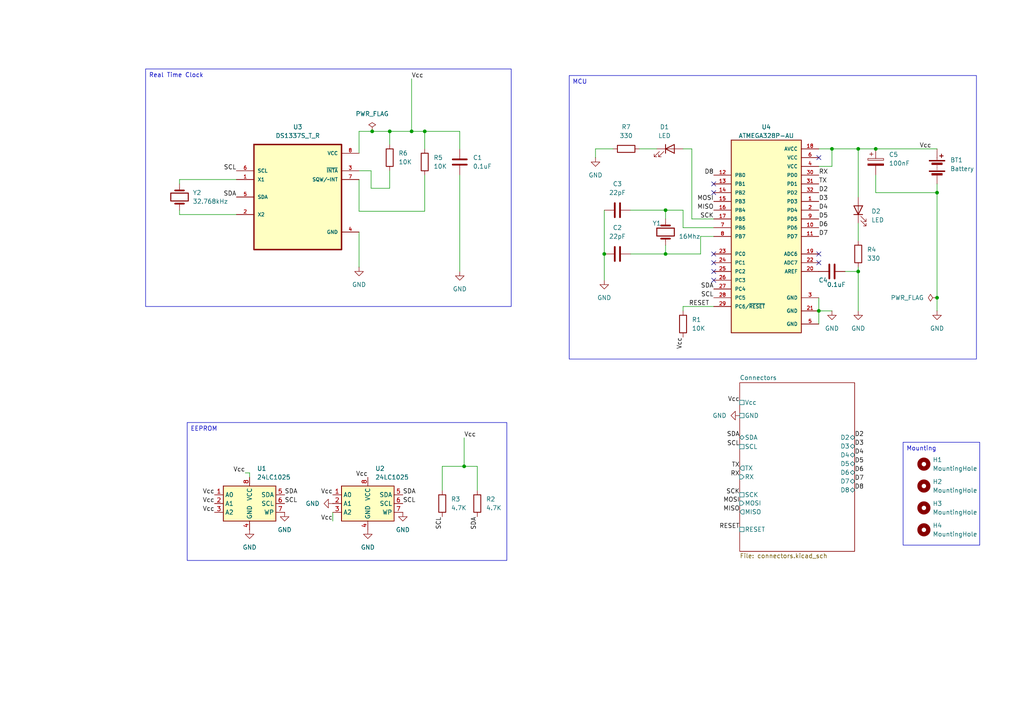
<source format=kicad_sch>
(kicad_sch (version 20250114) (generator "eeschema") (generator_version "9.0")
  (paper "A4")
  (title_block (title "${project_name}") (date "2025-06-14") (rev "1"))
  (lib_symbols
    (symbol "ATMEGA328P-AU:ATMEGA328P-AU" (pin_names (offset 1.016))
      (property "Reference" "U4" (at 0 33.02 0))
      (property "Value" "ATMEGA328P-AU" (at 0 30.48 0))
      (symbol "ATMEGA328P-AU_0_0"
        (rectangle (start -10.16 -27.94) (end 10.16 27.94) (stroke (width 0.254)) (fill (type background)))
        (pin bidirectional line (at -15.24 17.78 0) (length 5.08) (name "PB0") (number "12"))
        (pin bidirectional line (at -15.24 15.24 0) (length 5.08) (name "PB1") (number "13"))
        (pin bidirectional line (at -15.24 12.7 0) (length 5.08) (name "PB2") (number "14"))
        (pin bidirectional line (at -15.24 10.16 0) (length 5.08) (name "PB3") (number "15"))
        (pin bidirectional line (at -15.24 7.62 0) (length 5.08) (name "PB4") (number "16"))
        (pin bidirectional line (at -15.24 5.08 0) (length 5.08) (name "PB5") (number "17"))
        (pin bidirectional line (at -15.24 2.54 0) (length 5.08) (name "PB6") (number "7"))
        (pin bidirectional line (at -15.24 0 0) (length 5.08) (name "PB7") (number "8"))
        (pin bidirectional line (at -15.24 -5.08 0) (length 5.08) (name "PC0") (number "23"))
        (pin bidirectional line (at -15.24 -7.62 0) (length 5.08) (name "PC1") (number "24"))
        (pin bidirectional line (at -15.24 -10.16 0) (length 5.08) (name "PC2") (number "25"))
        (pin bidirectional line (at -15.24 -12.7 0) (length 5.08) (name "PC3") (number "26"))
        (pin bidirectional line (at -15.24 -15.24 0) (length 5.08) (name "PC4") (number "27"))
        (pin bidirectional line (at -15.24 -17.78 0) (length 5.08) (name "PC5") (number "28"))
        (pin bidirectional line (at -15.24 -20.32 0) (length 5.08) (name "PC6/~{RESET}") (number "29"))
        (pin power_in line (at 15.24 25.4 180) (length 5.08) (name "AVCC") (number "18"))
        (pin power_in line (at 15.24 22.86 180) (length 5.08) (name "VCC") (number "6"))
        (pin power_in line (at 15.24 20.32 180) (length 5.08) (name "VCC") (number "4"))
        (pin bidirectional line (at 15.24 17.78 180) (length 5.08) (name "PD0") (number "30"))
        (pin bidirectional line (at 15.24 15.24 180) (length 5.08) (name "PD1") (number "31"))
        (pin bidirectional line (at 15.24 12.7 180) (length 5.08) (name "PD2") (number "32"))
        (pin bidirectional line (at 15.24 10.16 180) (length 5.08) (name "PD3") (number "1"))
        (pin bidirectional line (at 15.24 7.62 180) (length 5.08) (name "PD4") (number "2"))
        (pin bidirectional line (at 15.24 5.08 180) (length 5.08) (name "PD5") (number "9"))
        (pin bidirectional line (at 15.24 2.54 180) (length 5.08) (name "PD6") (number "10"))
        (pin bidirectional line (at 15.24 0 180) (length 5.08) (name "PD7") (number "11"))
        (pin bidirectional line (at 15.24 -5.08 180) (length 5.08) (name "ADC6") (number "19"))
        (pin bidirectional line (at 15.24 -7.62 180) (length 5.08) (name "ADC7") (number "22"))
        (pin input line (at 15.24 -10.16 180) (length 5.08) (name "AREF") (number "20"))
        (pin power_in line (at 15.24 -17.78 180) (length 5.08) (name "GND") (number "3"))
        (pin power_in line (at 15.24 -21.59 180) (length 5.08) (name "GND") (number "21"))
        (pin power_in line (at 15.24 -25.4 180) (length 5.08) (name "GND") (number "5"))
      )
    )
    (symbol "DS1337S_T_R:DS1337S_T_R" (pin_names (offset 1.016))
      (property "Reference" "U" (at -12.7 16.24 0))
      (property "Value" "DS1337S_T_R" (at -12.7 -19.24 0))
      (symbol "DS1337S_T_R_0_0"
        (rectangle (start -12.7 -15.24) (end 12.7 15.24) (stroke (width 0.41)) (fill (type background)))
        (pin input line (at -17.78 7.62 0) (length 5.08) (name "SCL") (number "6"))
        (pin input line (at -17.78 5.08 0) (length 5.08) (name "X1") (number "1"))
        (pin bidirectional line (at -17.78 0 0) (length 5.08) (name "SDA") (number "5"))
        (pin bidirectional line (at -17.78 -5.08 0) (length 5.08) (name "X2") (number "2"))
        (pin power_in line (at 17.78 12.7 180) (length 5.08) (name "VCC") (number "8"))
        (pin output line (at 17.78 7.62 180) (length 5.08) (name "~{INTA}") (number "3"))
        (pin output line (at 17.78 5.08 180) (length 5.08) (name "SQW/~INT") (number "7"))
        (pin power_in line (at 17.78 -10.16 180) (length 5.08) (name "GND") (number "4"))
      )
    )
    (symbol "Device:Battery" (pin_numbers (hide yes)) (pin_names (offset 0) (hide yes))
      (property "Reference" "BT" (at 2.54 2.54 0))
      (property "Value" "Battery" (at 2.54 0 0))
      (symbol "Battery_0_1"
        (rectangle (start -2.286 1.778) (end 2.286 1.524) (fill (type outline)))
        (rectangle (start -2.286 -1.27) (end 2.286 -1.524) (fill (type outline)))
        (rectangle (start -1.524 1.016) (end 1.524 0.508) (fill (type outline)))
        (rectangle (start -1.524 -2.032) (end 1.524 -2.54) (fill (type outline)))
        (polyline (pts (xy 0 1.778) (xy 0 2.54)))
        (polyline (pts (xy 0 0) (xy 0 0.254)))
        (polyline (pts (xy 0 -0.508) (xy 0 -0.254)))
        (polyline (pts (xy 0 -1.016) (xy 0 -0.762)))
        (polyline (pts (xy 0.762 3.048) (xy 1.778 3.048)) (stroke (width 0.254)))
        (polyline (pts (xy 1.27 3.556) (xy 1.27 2.54)) (stroke (width 0.254)))
      )
      (symbol "Battery_1_1"
        (pin passive line (at 0 5.08 270) (length 2.54) (name "+") (number "1"))
        (pin passive line (at 0 -5.08 90) (length 2.54) (name "-") (number "2"))
      )
    )
    (symbol "Device:C" (pin_numbers (hide yes)) (pin_names (offset 0.254))
      (property "Reference" "C" (at 0.635 2.54 0))
      (property "Value" "C" (at 0.635 -2.54 0))
      (symbol "C_0_1"
        (polyline (pts (xy -2.032 0.762) (xy 2.032 0.762)) (stroke (width 0.508)))
        (polyline (pts (xy -2.032 -0.762) (xy 2.032 -0.762)) (stroke (width 0.508)))
      )
      (symbol "C_1_1"
        (pin passive line (at 0 3.81 270) (length 2.794) (name "~") (number "1"))
        (pin passive line (at 0 -3.81 90) (length 2.794) (name "~") (number "2"))
      )
    )
    (symbol "Device:C_Polarized" (pin_numbers (hide yes)) (pin_names (offset 0.254))
      (property "Reference" "C" (at 0.635 2.54 0))
      (property "Value" "C_Polarized" (at 0.635 -2.54 0))
      (symbol "C_Polarized_0_1"
        (rectangle (start -2.286 0.508) (end 2.286 1.016))
        (polyline (pts (xy -1.778 2.286) (xy -0.762 2.286)))
        (polyline (pts (xy -1.27 2.794) (xy -1.27 1.778)))
        (rectangle (start 2.286 -0.508) (end -2.286 -1.016) (fill (type outline)))
      )
      (symbol "C_Polarized_1_1"
        (pin passive line (at 0 3.81 270) (length 2.794) (name "~") (number "1"))
        (pin passive line (at 0 -3.81 90) (length 2.794) (name "~") (number "2"))
      )
    )
    (symbol "Device:Crystal" (pin_numbers (hide yes)) (pin_names (offset 1.016) (hide yes))
      (property "Reference" "Y" (at 0 3.81 0))
      (property "Value" "Crystal" (at 0 -3.81 0))
      (symbol "Crystal_0_1"
        (polyline (pts (xy -2.54 0) (xy -1.905 0)))
        (polyline (pts (xy -1.905 -1.27) (xy -1.905 1.27)) (stroke (width 0.508)))
        (rectangle (start -1.143 2.54) (end 1.143 -2.54) (stroke (width 0.3048)))
        (polyline (pts (xy 1.905 -1.27) (xy 1.905 1.27)) (stroke (width 0.508)))
        (polyline (pts (xy 2.54 0) (xy 1.905 0)))
      )
      (symbol "Crystal_1_1"
        (pin passive line (at -3.81 0 0) (length 1.27) (name "1") (number "1"))
        (pin passive line (at 3.81 0 180) (length 1.27) (name "2") (number "2"))
      )
    )
    (symbol "Device:LED" (pin_numbers (hide yes)) (pin_names (offset 1.016) (hide yes))
      (property "Reference" "D" (at 0 2.54 0))
      (property "Value" "LED" (at 0 -2.54 0))
      (symbol "LED_0_1"
        (polyline (pts (xy -3.048 -0.762) (xy -4.572 -2.286) (xy -3.81 -2.286) (xy -4.572 -2.286) (xy -4.572 -1.524)))
        (polyline (pts (xy -1.778 -0.762) (xy -3.302 -2.286) (xy -2.54 -2.286) (xy -3.302 -2.286) (xy -3.302 -1.524)))
        (polyline (pts (xy -1.27 0) (xy 1.27 0)))
        (polyline (pts (xy -1.27 -1.27) (xy -1.27 1.27)) (stroke (width 0.254)))
        (polyline (pts (xy 1.27 -1.27) (xy 1.27 1.27) (xy -1.27 0) (xy 1.27 -1.27)) (stroke (width 0.254)))
      )
      (symbol "LED_1_1"
        (pin passive line (at -3.81 0 0) (length 2.54) (name "K") (number "1"))
        (pin passive line (at 3.81 0 180) (length 2.54) (name "A") (number "2"))
      )
    )
    (symbol "Device:R" (pin_numbers (hide yes)) (pin_names (offset 0))
      (property "Reference" "R" (at 2.032 0 90))
      (property "Value" "R" (at 0 0 90))
      (symbol "R_0_1"
        (rectangle (start -1.016 -2.54) (end 1.016 2.54) (stroke (width 0.254)))
      )
      (symbol "R_1_1"
        (pin passive line (at 0 3.81 270) (length 1.27) (name "~") (number "1"))
        (pin passive line (at 0 -3.81 90) (length 1.27) (name "~") (number "2"))
      )
    )
    (symbol "Mechanical:MountingHole" (pin_names (offset 1.016)) (in_bom no)
      (property "Reference" "H" (at 0 5.08 0))
      (property "Value" "MountingHole" (at 0 3.175 0))
      (symbol "MountingHole_0_1"
        (circle (center 0 0) (radius 1.27) (stroke (width 1.27)))
      )
    )
    (symbol "Memory_EEPROM:24LC1025"
      (property "Reference" "U" (at -6.35 6.35 0))
      (property "Value" "24LC1025" (at 1.27 6.35 0))
      (symbol "24LC1025_1_1"
        (rectangle (start -7.62 5.08) (end 7.62 -5.08) (stroke (width 0.254)) (fill (type background)))
        (pin input line (at -10.16 2.54 0) (length 2.54) (name "A0") (number "1"))
        (pin input line (at -10.16 0 0) (length 2.54) (name "A1") (number "2"))
        (pin input line (at -10.16 -2.54 0) (length 2.54) (name "A2") (number "3"))
        (pin power_in line (at 0 7.62 270) (length 2.54) (name "VCC") (number "8"))
        (pin power_in line (at 0 -7.62 90) (length 2.54) (name "GND") (number "4"))
        (pin bidirectional line (at 10.16 2.54 180) (length 2.54) (name "SDA") (number "5"))
        (pin input line (at 10.16 0 180) (length 2.54) (name "SCL") (number "6"))
        (pin input line (at 10.16 -2.54 180) (length 2.54) (name "WP") (number "7"))
      )
    )
    (symbol "power:GND" (power) (pin_numbers (hide yes)) (pin_names (offset 0) (hide yes))
      (property "Value" "GND" (at 0 -3.81 0))
      (symbol "GND_0_1"
        (polyline (pts (xy 0 0) (xy 0 -1.27) (xy 1.27 -1.27) (xy 0 -2.54) (xy -1.27 -1.27) (xy 0 -1.27)))
      )
      (symbol "GND_1_1"
        (pin power_in line (at 0 0 270) (length 0) (name "~") (number "1"))
      )
    )
    (symbol "power:PWR_FLAG" (power) (pin_numbers (hide yes)) (pin_names (offset 0) (hide yes))
      (property "Value" "PWR_FLAG" (at 0 3.81 0))
      (symbol "PWR_FLAG_0_0"
        (pin power_out line (at 0 0 90) (length 0) (name "~") (number "1"))
      )
      (symbol "PWR_FLAG_0_1"
        (polyline (pts (xy 0 0) (xy 0 1.27) (xy -1.016 1.905) (xy 0 2.54) (xy 1.016 1.905) (xy 0 1.27)))
      )
    )
  )
  (text_box "MCU\n" (at 165.1 21.9075 0) (size 118.11 82.2325) (margins 0.9525 0.9525 0.9525 0.9525) (effects (font (size 1.27 1.27)) (justify left top)))
  (text_box "Mounting\n" (at 261.9375 128.27 0) (size 22.225 29.845) (margins 0.9525 0.9525 0.9525 0.9525) (effects (font (size 1.27 1.27)) (justify left top)))
  (text_box "EEPROM" (at 54.2925 122.555 0) (size 92.71 40.005) (margins 0.9525 0.9525 0.9525 0.9525) (effects (font (size 1.27 1.27)) (justify left top)))
  (text_box "Real Time Clock" (at 42.2275 20.0025 0) (size 106.045 68.8975) (margins 0.9525 0.9525 0.9525 0.9525) (effects (font (size 1.27 1.27)) (justify left top)))
  (junction (at 123.19 38.1))
  (junction (at 119.38 38.1))
  (junction (at 134.62 135.255))
  (junction (at 254 43.18))
  (junction (at 107.95 38.1))
  (junction (at 175.26 73.66))
  (junction (at 193.04 60.96))
  (junction (at 271.78 55.88))
  (junction (at 193.04 73.66))
  (junction (at 241.3 43.18))
  (junction (at 113.03 38.1))
  (junction (at 248.92 78.74))
  (junction (at 237.49 90.17))
  (junction (at 248.92 43.18))
  (junction (at 271.78 86.36))
  (no_connect (at 207.01 81.28))
  (no_connect (at 207.01 76.2))
  (no_connect (at 237.49 45.72))
  (no_connect (at 207.01 73.66))
  (no_connect (at 237.49 76.2))
  (no_connect (at 207.01 53.34))
  (no_connect (at 207.01 55.88))
  (no_connect (at 207.01 78.74))
  (no_connect (at 237.49 73.66))
  (wire (pts (xy 193.04 73.66) (xy 193.04 71.12)))
  (wire (pts (xy 198.12 66.04) (xy 198.12 60.96)))
  (wire (pts (xy 207.01 68.58) (xy 203.2 68.58)))
  (wire (pts (xy 271.78 55.88) (xy 271.78 86.36)))
  (wire (pts (xy 104.14 38.1) (xy 107.95 38.1)))
  (wire (pts (xy 113.03 54.61) (xy 113.03 49.53)))
  (wire (pts (xy 52.07 52.07) (xy 68.58 52.07)))
  (wire (pts (xy 248.92 78.74) (xy 248.92 90.17)))
  (wire (pts (xy 123.19 38.1) (xy 133.35 38.1)))
  (wire (pts (xy 207.01 63.5) (xy 200.66 63.5)))
  (wire (pts (xy 254 43.18) (xy 271.78 43.18)))
  (wire (pts (xy 71.12 137.16) (xy 72.39 137.16)))
  (wire (pts (xy 107.6325 54.61) (xy 113.03 54.61)))
  (wire (pts (xy 200.66 63.5) (xy 200.66 43.18)))
  (wire (pts (xy 123.19 61.2775) (xy 123.19 50.8)))
  (wire (pts (xy 72.39 137.16) (xy 72.39 138.43)))
  (wire (pts (xy 271.78 86.36) (xy 271.78 90.17)))
  (wire (pts (xy 104.14 52.07) (xy 104.14 61.2775)))
  (wire (pts (xy 175.26 60.96) (xy 175.26 73.66)))
  (wire (pts (xy 254 50.8) (xy 254 55.88)))
  (wire (pts (xy 104.14 44.45) (xy 104.14 38.1)))
  (wire (pts (xy 237.49 86.36) (xy 237.49 90.17)))
  (wire (pts (xy 193.04 60.96) (xy 193.04 63.5)))
  (wire (pts (xy 254 55.88) (xy 271.78 55.88)))
  (wire (pts (xy 198.12 60.96) (xy 193.04 60.96)))
  (wire (pts (xy 113.03 38.1) (xy 113.03 41.91)))
  (wire (pts (xy 107.95 38.1) (xy 113.03 38.1)))
  (wire (pts (xy 52.07 60.96) (xy 52.07 62.23)))
  (wire (pts (xy 128.27 135.255) (xy 134.62 135.255)))
  (wire (pts (xy 104.14 67.31) (xy 104.14 77.47)))
  (wire (pts (xy 52.07 53.34) (xy 52.07 52.07)))
  (wire (pts (xy 134.62 127) (xy 134.62 135.255)))
  (wire (pts (xy 52.07 62.23) (xy 68.58 62.23)))
  (wire (pts (xy 185.42 43.18) (xy 190.5 43.18)))
  (wire (pts (xy 104.14 49.53) (xy 107.6325 49.53)))
  (wire (pts (xy 241.3 48.26) (xy 241.3 43.18)))
  (wire (pts (xy 207.01 88.9) (xy 198.12 88.9)))
  (wire (pts (xy 113.03 38.1) (xy 119.38 38.1)))
  (wire (pts (xy 119.38 22.86) (xy 119.38 38.1)))
  (wire (pts (xy 271.78 53.34) (xy 271.78 55.88)))
  (wire (pts (xy 198.12 88.9) (xy 198.12 90.17)))
  (wire (pts (xy 248.92 77.47) (xy 248.92 78.74)))
  (wire (pts (xy 177.8 43.18) (xy 172.72 43.18)))
  (wire (pts (xy 107.6325 49.53) (xy 107.6325 54.61)))
  (wire (pts (xy 133.35 38.1) (xy 133.35 43.18)))
  (wire (pts (xy 248.92 43.18) (xy 248.92 57.15)))
  (wire (pts (xy 96.52 151.13) (xy 96.52 148.59)))
  (wire (pts (xy 182.88 73.66) (xy 193.04 73.66)))
  (wire (pts (xy 245.11 78.74) (xy 248.92 78.74)))
  (wire (pts (xy 133.35 50.8) (xy 133.35 78.74)))
  (wire (pts (xy 172.72 43.18) (xy 172.72 45.72)))
  (wire (pts (xy 119.38 38.1) (xy 123.19 38.1)))
  (wire (pts (xy 207.01 66.04) (xy 198.12 66.04)))
  (wire (pts (xy 175.26 73.66) (xy 175.26 81.28)))
  (wire (pts (xy 134.62 135.255) (xy 138.43 135.255)))
  (wire (pts (xy 237.49 48.26) (xy 241.3 48.26)))
  (wire (pts (xy 241.3 90.17) (xy 237.49 90.17)))
  (wire (pts (xy 128.27 142.24) (xy 128.27 135.255)))
  (wire (pts (xy 248.92 64.77) (xy 248.92 69.85)))
  (wire (pts (xy 241.3 43.18) (xy 248.92 43.18)))
  (wire (pts (xy 182.88 60.96) (xy 193.04 60.96)))
  (wire (pts (xy 203.2 68.58) (xy 203.2 73.66)))
  (wire (pts (xy 237.49 90.17) (xy 237.49 93.98)))
  (wire (pts (xy 200.66 43.18) (xy 198.12 43.18)))
  (wire (pts (xy 237.49 43.18) (xy 241.3 43.18)))
  (wire (pts (xy 138.43 135.255) (xy 138.43 142.24)))
  (wire (pts (xy 203.2 73.66) (xy 193.04 73.66)))
  (wire (pts (xy 104.14 61.2775) (xy 123.19 61.2775)))
  (wire (pts (xy 248.92 43.18) (xy 254 43.18)))
  (wire (pts (xy 123.19 38.1) (xy 123.19 43.18)))
  (label "Vcc" (at 198.12 97.79 270))
  (label "SDA" (at 82.55 143.51 0))
  (label "D6" (at 237.49 66.04 0))
  (label "D3" (at 237.49 58.42 0))
  (label "Vcc" (at 71.12 137.16 180))
  (label "SDA" (at 68.58 57.15 180))
  (label "D3" (at 247.8922 129.427 0))
  (label "D4" (at 237.49 60.96 0))
  (label "SDA" (at 116.84 143.51 0))
  (label "Vcc" (at 62.23 143.51 180))
  (label "SCK" (at 207.01 63.5 180))
  (label "Vcc" (at 62.23 148.59 180))
  (label "D5" (at 247.8922 134.507 0))
  (label "SCK" (at 214.5547 143.51 180))
  (label "D8" (at 247.8922 142.127 0))
  (label "RESET" (at 205.74 88.9 180))
  (label "D7" (at 247.8922 139.587 0))
  (label "D2" (at 237.49 55.88 0))
  (label "Vcc" (at 62.23 146.05 180))
  (label "D6" (at 247.8922 137.047 0))
  (label "SCL" (at 68.58 49.53 180))
  (label "Vcc" (at 96.52 151.13 180))
  (label "TX" (at 237.49 53.34 0))
  (label "Vcc" (at 96.52 143.51 180))
  (label "Vcc" (at 106.68 138.43 180))
  (label "Vcc" (at 119.38 22.86 0))
  (label "D4" (at 247.8922 131.967 0))
  (label "Vcc" (at 134.62 127 0))
  (label "MOSI" (at 207.01 58.42 180))
  (label "TX" (at 214.5547 135.777 180))
  (label "MOSI" (at 214.5547 145.937 180))
  (label "RX" (at 237.49 50.8 0))
  (label "Vcc" (at 214.5547 116.727 180))
  (label "RX" (at 214.5547 138.317 180))
  (label "SCL" (at 207.01 86.36 180))
  (label "MISO" (at 214.5547 148.477 180))
  (label "D5" (at 237.49 63.5 0))
  (label "MISO" (at 207.01 60.96 180))
  (label "Vcc" (at 266.7 43.18 0))
  (label "SDA" (at 138.43 149.86 270))
  (label "SCL" (at 82.55 146.05 0))
  (label "D8" (at 207.01 50.8 180))
  (label "SCL" (at 116.84 146.05 0))
  (label "RESET" (at 214.5547 153.557 180))
  (label "D7" (at 237.49 68.58 0))
  (label "SDA" (at 214.5547 126.887 180))
  (label "SCL" (at 214.5547 129.54 180))
  (label "SCL" (at 128.27 149.86 270))
  (label "SDA" (at 207.01 83.82 180))
  (label "D2" (at 247.8922 126.887 0))
  (symbol (lib_id "power:GND") (at 72.39 153.67 0) (unit 1)
    (property "Reference" "#PWR03" (effects (hide yes)))
    (property "Value" "GND" (at 72.39 158.75 0))
    (property "Description" "Power symbol creates a global label with name \"GND\" , ground" (effects (hide yes)))
  )
  (symbol (lib_id "power:GND") (at 271.78 90.17 0) (unit 1)
    (property "Reference" "#PWR010" (effects (hide yes)))
    (property "Value" "GND" (at 271.78 95.25 0))
    (property "Description" "Power symbol creates a global label with name \"GND\" , ground" (effects (hide yes)))
  )
  (symbol (lib_id "Memory_EEPROM:24LC1025") (at 72.39 146.05 0) (unit 1)
    (property "Reference" "U1" (at 74.5333 135.89 0) (effects (justify left)))
    (property "Value" "24LC1025" (at 74.5333 138.43 0) (effects (justify left)))
    (property "Footprint" "Package_SO:SOIC-8_5.3x5.3mm_P1.27mm" (effects (hide yes)))
    (property "Datasheet" "http://ww1.microchip.com/downloads/en/DeviceDoc/21941B.pdf" (effects (hide yes)))
    (property "Description" "I2C Serial EEPROM, 1024Kb, DIP-8/SOIC-8/TSSOP-8/DFN-8" (effects (hide yes)))
  )
  (symbol (lib_id "Device:R") (at 138.43 146.05 0) (unit 1)
    (property "Reference" "R2" (at 140.97 144.7799 0) (effects (justify left)))
    (property "Value" "4.7K" (at 140.97 147.3199 0) (effects (justify left)))
    (property "Footprint" "Resistor_SMD:R_0805_2012Metric" (effects (hide yes)))
    (property "Description" "Resistor" (effects (hide yes)))
  )
  (symbol (lib_id "Device:R") (at 198.12 93.98 0) (unit 1)
    (property "Reference" "R1" (at 200.66 92.7099 0) (effects (justify left)))
    (property "Value" "10K" (at 200.66 95.2499 0) (effects (justify left)))
    (property "Footprint" "Resistor_SMD:R_0805_2012Metric" (effects (hide yes)))
    (property "Description" "Resistor" (effects (hide yes)))
  )
  (symbol (lib_id "Mechanical:MountingHole") (at 267.97 147.32 0) (unit 1) (in_bom no)
    (property "Reference" "H3" (at 270.51 146.0499 0) (effects (justify left)))
    (property "Value" "MountingHole" (at 270.51 148.5899 0) (effects (justify left)))
    (property "Footprint" "MountingHole:MountingHole_2.1mm" (effects (hide yes)))
    (property "Description" "Mounting Hole without connection" (effects (hide yes)))
  )
  (symbol (lib_id "power:GND") (at 133.35 78.74 0) (unit 1)
    (property "Reference" "#PWR02" (effects (hide yes)))
    (property "Value" "GND" (at 133.35 83.82 0))
    (property "Description" "Power symbol creates a global label with name \"GND\" , ground" (effects (hide yes)))
  )
  (symbol (lib_id "Device:Battery") (at 271.78 48.26 0) (unit 1)
    (property "Reference" "BT1" (at 275.59 46.4184 0) (effects (justify left)))
    (property "Value" "Battery" (at 275.59 48.9584 0) (effects (justify left)))
    (property "Footprint" "Connector_PinHeader_2.54mm:PinHeader_1x02_P2.54mm_Vertical" (effects (hide yes)))
    (property "Description" "Multiple-cell battery" (effects (hide yes)))
  )
  (symbol (lib_id "Mechanical:MountingHole") (at 267.97 153.67 0) (unit 1) (in_bom no)
    (property "Reference" "H4" (at 270.51 152.3999 0) (effects (justify left)))
    (property "Value" "MountingHole" (at 270.51 154.9399 0) (effects (justify left)))
    (property "Footprint" "MountingHole:MountingHole_2.1mm" (effects (hide yes)))
    (property "Description" "Mounting Hole without connection" (effects (hide yes)))
  )
  (symbol (lib_id "Device:C") (at 179.07 73.66 90) (unit 1)
    (property "Reference" "C2" (at 179.07 66.04 90))
    (property "Value" "22pF" (at 179.07 68.58 90))
    (property "Footprint" "Capacitor_SMD:C_0805_2012Metric" (effects (hide yes)))
    (property "Description" "Unpolarized capacitor" (effects (hide yes)))
  )
  (symbol (lib_id "ATMEGA328P-AU:ATMEGA328P-AU") (at 222.25 68.58 0) (unit 1)
    (property "Reference" "U4" (at 222.25 36.83 0))
    (property "Value" "ATMEGA328P-AU" (at 222.25 39.37 0))
    (property "Footprint" "ATMEGA328P-AU:QFP80P900X900X120-32N" (effects (hide yes)))
    (property "MF" "Microchip" (effects (hide yes)))
    (property "MAXIMUM_PACKAGE_HEIGHT" "1.20mm" (effects (hide yes)))
    (property "Package" "TQFP-32 Microchip" (effects (hide yes)))
    (property "Price" "None" (effects (hide yes)))
    (property "Check_prices" "https://www.snapeda.com/parts/ATMEGA328P-AU/Microchip/view-part/?ref=eda" (effects (hide yes)))
    (property "STANDARD" "IPC-7351B" (effects (hide yes)))
    (property "PARTREV" "8271A" (effects (hide yes)))
    (property "SnapEDA_Link" "https://www.snapeda.com/parts/ATMEGA328P-AU/Microchip/view-part/?ref=snap" (effects (hide yes)))
    (property "MP" "ATMEGA328P-AU" (effects (hide yes)))
    (property "Description_1" "AVR AVR® ATmega Microcontroller IC 8-Bit 20MHz 32KB (16K x 16) FLASH 32-TQFP (7x7)" (effects (hide yes)))
    (property "Availability" "In Stock" (effects (hide yes)))
    (property "MANUFACTURER" "Microchip" (effects (hide yes)))
  )
  (symbol (lib_id "power:GND") (at 241.3 90.17 0) (unit 1)
    (property "Reference" "#PWR08" (effects (hide yes)))
    (property "Value" "GND" (at 241.3 95.25 0))
    (property "Description" "Power symbol creates a global label with name \"GND\" , ground" (effects (hide yes)))
  )
  (symbol (lib_id "Device:R") (at 181.61 43.18 90) (unit 1)
    (property "Reference" "R7" (at 181.61 36.83 90))
    (property "Value" "330" (at 181.61 39.37 90))
    (property "Footprint" "Resistor_SMD:R_0805_2012Metric" (effects (hide yes)))
    (property "Description" "Resistor" (effects (hide yes)))
  )
  (symbol (lib_id "Device:Crystal") (at 52.07 57.15 90) (unit 1)
    (property "Reference" "Y2" (at 55.88 55.8799 90) (effects (justify right)))
    (property "Value" "32.768kHz" (at 55.88 58.4199 90) (effects (justify right)))
    (property "Footprint" "Crystal:Crystal_SMD_5032-2Pin_5.0x3.2mm_HandSoldering" (effects (hide yes)))
    (property "Description" "Two pin crystal" (effects (hide yes)))
  )
  (symbol (lib_id "Device:R") (at 113.03 45.72 0) (unit 1)
    (property "Reference" "R6" (at 115.57 44.4499 0) (effects (justify left)))
    (property "Value" "10K" (at 115.57 46.9899 0) (effects (justify left)))
    (property "Footprint" "Resistor_SMD:R_0805_2012Metric" (effects (hide yes)))
    (property "Description" "Resistor" (effects (hide yes)))
  )
  (symbol (lib_id "power:GND") (at 175.26 81.28 0) (unit 1)
    (property "Reference" "#PWR011" (effects (hide yes)))
    (property "Value" "GND" (at 175.26 86.36 0))
    (property "Description" "Power symbol creates a global label with name \"GND\" , ground" (effects (hide yes)))
  )
  (symbol (lib_id "power:GND") (at 172.72 45.72 0) (unit 1)
    (property "Reference" "#PWR012" (effects (hide yes)))
    (property "Value" "GND" (at 172.72 50.8 0))
    (property "Description" "Power symbol creates a global label with name \"GND\" , ground" (effects (hide yes)))
  )
  (symbol (lib_id "Device:C") (at 241.3 78.74 90) (unit 1)
    (property "Reference" "C4" (at 238.76 81.28 90))
    (property "Value" "0.1uF" (at 242.57 82.55 90))
    (property "Footprint" "Capacitor_SMD:C_0805_2012Metric" (effects (hide yes)))
    (property "Description" "Unpolarized capacitor" (effects (hide yes)))
  )
  (symbol (lib_id "Memory_EEPROM:24LC1025") (at 106.68 146.05 0) (unit 1)
    (property "Reference" "U2" (at 108.8233 135.89 0) (effects (justify left)))
    (property "Value" "24LC1025" (at 108.8233 138.43 0) (effects (justify left)))
    (property "Footprint" "Package_SO:SOIC-8_5.3x5.3mm_P1.27mm" (effects (hide yes)))
    (property "Datasheet" "http://ww1.microchip.com/downloads/en/DeviceDoc/21941B.pdf" (effects (hide yes)))
    (property "Description" "I2C Serial EEPROM, 1024Kb, DIP-8/SOIC-8/TSSOP-8/DFN-8" (effects (hide yes)))
  )
  (symbol (lib_id "Device:R") (at 248.92 73.66 0) (unit 1)
    (property "Reference" "R4" (at 251.46 72.3899 0) (effects (justify left)))
    (property "Value" "330" (at 251.46 74.9299 0) (effects (justify left)))
    (property "Footprint" "Resistor_SMD:R_0805_2012Metric" (effects (hide yes)))
    (property "Description" "Resistor" (effects (hide yes)))
  )
  (symbol (lib_id "power:GND") (at 96.52 146.05 270) (unit 1)
    (property "Reference" "#PWR07" (effects (hide yes)))
    (property "Value" "GND" (at 92.71 146.0499 90) (effects (justify right)))
    (property "Description" "Power symbol creates a global label with name \"GND\" , ground" (effects (hide yes)))
  )
  (symbol (lib_id "DS1337S_T_R:DS1337S_T_R") (at 86.36 57.15 0) (unit 1)
    (property "Reference" "U3" (at 86.36 36.83 0))
    (property "Value" "DS1337S_T_R" (at 86.36 39.37 0))
    (property "Footprint" "DS1337S_T_R:SOIC127P600X175-8N" (effects (hide yes)))
    (property "MF" "Analog Devices" (effects (hide yes)))
    (property "Description_1" "I²C Serial Real-Time Clock" (effects (hide yes)))
    (property "Package" "SOIC-8 Maxim" (effects (hide yes)))
    (property "Price" "None" (effects (hide yes)))
    (property "SnapEDA_Link" "https://www.snapeda.com/parts/DS1337S+T&R/Analog+Devices/view-part/?ref=snap" (effects (hide yes)))
    (property "MP" "DS1337S+T&amp;R" (effects (hide yes)))
    (property "Availability" "In Stock" (effects (hide yes)))
    (property "Check_prices" "https://www.snapeda.com/parts/DS1337S+T&R/Analog+Devices/view-part/?ref=eda" (effects (hide yes)))
  )
  (symbol (lib_id "Device:R") (at 123.19 46.99 0) (unit 1)
    (property "Reference" "R5" (at 125.73 45.7199 0) (effects (justify left)))
    (property "Value" "10K" (at 125.73 48.2599 0) (effects (justify left)))
    (property "Footprint" "Resistor_SMD:R_0805_2012Metric" (effects (hide yes)))
    (property "Description" "Resistor" (effects (hide yes)))
  )
  (symbol (lib_id "Mechanical:MountingHole") (at 267.97 140.97 0) (unit 1) (in_bom no)
    (property "Reference" "H2" (at 270.51 139.6999 0) (effects (justify left)))
    (property "Value" "MountingHole" (at 270.51 142.2399 0) (effects (justify left)))
    (property "Footprint" "MountingHole:MountingHole_2.1mm" (effects (hide yes)))
    (property "Description" "Mounting Hole without connection" (effects (hide yes)))
  )
  (symbol (lib_id "Mechanical:MountingHole") (at 267.97 134.62 0) (unit 1) (in_bom no)
    (property "Reference" "H1" (at 270.51 133.3499 0) (effects (justify left)))
    (property "Value" "MountingHole" (at 270.51 135.8899 0) (effects (justify left)))
    (property "Footprint" "MountingHole:MountingHole_2.1mm" (effects (hide yes)))
    (property "Description" "Mounting Hole without connection" (effects (hide yes)))
  )
  (symbol (lib_id "power:GND") (at 248.92 90.17 0) (unit 1)
    (property "Reference" "#PWR09" (effects (hide yes)))
    (property "Value" "GND" (at 248.92 95.25 0))
    (property "Description" "Power symbol creates a global label with name \"GND\" , ground" (effects (hide yes)))
  )
  (symbol (lib_id "Device:C") (at 133.35 46.99 0) (unit 1)
    (property "Reference" "C1" (at 137.16 45.7199 0) (effects (justify left)))
    (property "Value" "0.1uF" (at 137.16 48.2599 0) (effects (justify left)))
    (property "Footprint" "Capacitor_SMD:C_0805_2012Metric" (effects (hide yes)))
    (property "Description" "Unpolarized capacitor" (effects (hide yes)))
  )
  (symbol (lib_id "power:PWR_FLAG") (at 271.78 86.36 90) (unit 1)
    (property "Reference" "#FLG02" (effects (hide yes)))
    (property "Value" "PWR_FLAG" (at 267.97 86.3599 90) (effects (justify left)))
    (property "Description" "Special symbol for telling ERC where power comes from" (effects (hide yes)))
  )
  (symbol (lib_id "Device:LED") (at 194.31 43.18 0) (unit 1)
    (property "Reference" "D1" (at 192.7225 36.83 0))
    (property "Value" "LED" (at 192.7225 39.37 0))
    (property "Footprint" "LED_SMD:LED_0805_2012Metric" (effects (hide yes)))
    (property "Description" "Light emitting diode" (effects (hide yes)))
    (property "Sim.Pins" "1=K 2=A" (effects (hide yes)))
  )
  (symbol (lib_id "power:GND") (at 106.68 153.67 0) (unit 1)
    (property "Reference" "#PWR04" (effects (hide yes)))
    (property "Value" "GND" (at 106.68 158.75 0))
    (property "Description" "Power symbol creates a global label with name \"GND\" , ground" (effects (hide yes)))
  )
  (symbol (lib_id "power:PWR_FLAG") (at 107.95 38.1 0) (unit 1)
    (property "Reference" "#FLG03" (effects (hide yes)))
    (property "Value" "PWR_FLAG" (at 107.95 33.02 0))
    (property "Description" "Special symbol for telling ERC where power comes from" (effects (hide yes)))
  )
  (symbol (lib_id "Device:C") (at 179.07 60.96 90) (unit 1)
    (property "Reference" "C3" (at 179.07 53.34 90))
    (property "Value" "22pF" (at 179.07 55.88 90))
    (property "Footprint" "Capacitor_SMD:C_0805_2012Metric" (effects (hide yes)))
    (property "Description" "Unpolarized capacitor" (effects (hide yes)))
  )
  (symbol (lib_id "power:GND") (at 82.55 148.59 0) (unit 1)
    (property "Reference" "#PWR05" (effects (hide yes)))
    (property "Value" "GND" (at 82.55 153.67 0))
    (property "Description" "Power symbol creates a global label with name \"GND\" , ground" (effects (hide yes)))
  )
  (symbol (lib_id "Device:Crystal") (at 193.04 67.31 90) (unit 1)
    (property "Reference" "Y1" (at 189.23 64.77 90) (effects (justify right)))
    (property "Value" "16Mhz" (at 196.85 68.5799 90) (effects (justify right)))
    (property "Footprint" "Crystal:Crystal_SMD_5032-2Pin_5.0x3.2mm_HandSoldering" (effects (hide yes)))
    (property "Description" "Two pin crystal" (effects (hide yes)))
  )
  (symbol (lib_id "power:GND") (at 104.14 77.47 0) (unit 1)
    (property "Reference" "#PWR01" (effects (hide yes)))
    (property "Value" "GND" (at 104.14 82.55 0))
    (property "Description" "Power symbol creates a global label with name \"GND\" , ground" (effects (hide yes)))
  )
  (symbol (lib_id "power:GND") (at 116.84 148.59 0) (unit 1)
    (property "Reference" "#PWR06" (effects (hide yes)))
    (property "Value" "GND" (at 116.84 153.67 0))
    (property "Description" "Power symbol creates a global label with name \"GND\" , ground" (effects (hide yes)))
  )
  (symbol (lib_id "Device:LED") (at 248.92 60.96 90) (unit 1)
    (property "Reference" "D2" (at 252.73 61.2774 90) (effects (justify right)))
    (property "Value" "LED" (at 252.73 63.8174 90) (effects (justify right)))
    (property "Footprint" "LED_SMD:LED_0805_2012Metric" (effects (hide yes)))
    (property "Description" "Light emitting diode" (effects (hide yes)))
    (property "Sim.Pins" "1=K 2=A" (effects (hide yes)))
  )
  (symbol (lib_id "Device:R") (at 128.27 146.05 0) (unit 1)
    (property "Reference" "R3" (at 130.81 144.7799 0) (effects (justify left)))
    (property "Value" "4.7K" (at 130.81 147.3199 0) (effects (justify left)))
    (property "Footprint" "Resistor_SMD:R_0805_2012Metric" (effects (hide yes)))
    (property "Description" "Resistor" (effects (hide yes)))
  )
  (symbol (lib_id "Device:C_Polarized") (at 254 46.99 0) (unit 1)
    (property "Reference" "C5" (at 257.81 44.8309 0) (effects (justify left)))
    (property "Value" "100nF" (at 257.81 47.3709 0) (effects (justify left)))
    (property "Footprint" "Capacitor_SMD:C_0805_2012Metric" (effects (hide yes)))
    (property "Description" "Polarized capacitor" (effects (hide yes)))
  )
  (symbol (lib_id "power:GND") (at 214.5547 120.537 270) (unit 1)
    (property "Reference" "#PWR013" (effects (hide yes)))
    (property "Value" "GND" (at 210.7447 120.5369 90) (effects (justify right)))
    (property "Description" "Power symbol creates a global label with name \"GND\" , ground" (effects (hide yes)))
  )
  (sheet (at 214.5547 111.0119) (size 33.3375 48.8951) (stroke (width 0.1524))
    (property "Sheetname" "Connectors" (at 214.5547 110.3003 0) (effects (justify left bottom)))
    (property "Sheetfile" "connectors.kicad_sch" (at 214.5547 160.4916 0) (effects (justify left top)))
    (pin "D4" bidirectional (at 247.8922 131.967 0))
    (pin "Vcc" passive (at 214.5547 116.727 180))
    (pin "RESET" passive (at 214.5547 153.557 180))
    (pin "D3" bidirectional (at 247.8922 129.427 0))
    (pin "D6" bidirectional (at 247.8922 137.047 0))
    (pin "SDA" bidirectional (at 214.5547 126.887 180))
    (pin "GND" passive (at 214.5547 120.537 180))
    (pin "D7" bidirectional (at 247.8922 139.587 0))
    (pin "D2" bidirectional (at 247.8922 126.887 0))
    (pin "D8" bidirectional (at 247.8922 142.127 0))
    (pin "MOSI" input (at 214.5547 145.937 180))
    (pin "MISO" output (at 214.5547 148.477 180))
    (pin "RX" input (at 214.5547 138.317 180))
    (pin "SCK" passive (at 214.5547 143.51 180))
    (pin "D5" bidirectional (at 247.8922 134.507 0))
    (pin "TX" output (at 214.5547 135.777 180))
    (pin "SCL" passive (at 214.5547 129.54 180))
  )
)
</source>
